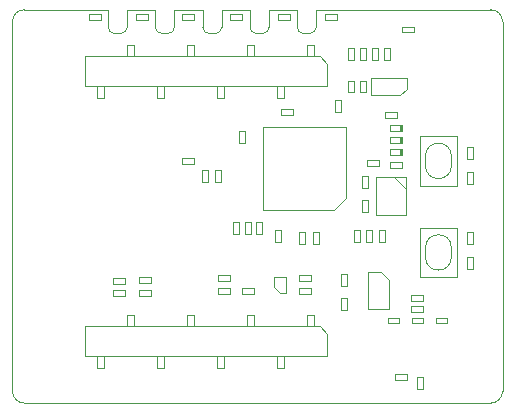
<source format=gbr>
G04 #@! TF.GenerationSoftware,KiCad,Pcbnew,(5.0.0)*
G04 #@! TF.CreationDate,2020-08-24T16:31:51+08:00*
G04 #@! TF.ProjectId,LeashPCB,4C656173685043422E6B696361645F70,B*
G04 #@! TF.SameCoordinates,Original*
G04 #@! TF.FileFunction,Other,Fab,Bot*
%FSLAX46Y46*%
G04 Gerber Fmt 4.6, Leading zero omitted, Abs format (unit mm)*
G04 Created by KiCad (PCBNEW (5.0.0)) date 08/24/20 16:31:51*
%MOMM*%
%LPD*%
G01*
G04 APERTURE LIST*
%ADD10C,0.025400*%
%ADD11C,0.100000*%
G04 APERTURE END LIST*
D10*
X41500007Y1000000D02*
X41500007Y32300000D01*
X24114006Y33300010D02*
X21714004Y33300010D01*
X12113998Y33300010D02*
X9714004Y33300010D01*
X16114006Y33300010D02*
X13714004Y33300010D01*
X20114006Y33300010D02*
X17714004Y33300010D01*
X0Y32300009D02*
G75*
G02X999999Y33300010I1000000J1D01*
G01*
X1000000Y0D02*
G75*
G02X0Y1000000I0J1000000D01*
G01*
X25714004Y31800010D02*
G75*
G02X25214004Y31300010I-500000J0D01*
G01*
X24614006Y31300010D02*
G75*
G02X24114006Y31800010I0J500000D01*
G01*
X21714004Y31800010D02*
G75*
G02X21214004Y31300010I-500000J0D01*
G01*
X20614006Y31300010D02*
G75*
G02X20114006Y31800010I0J500000D01*
G01*
X17714004Y31800010D02*
G75*
G02X17214004Y31300010I-500000J0D01*
G01*
X9714004Y31800010D02*
G75*
G02X9214004Y31300010I-500000J0D01*
G01*
X8614006Y31300010D02*
G75*
G02X8114006Y31800010I0J500000D01*
G01*
X41500007Y1000000D02*
G75*
G02X40500007Y0I-1000000J0D01*
G01*
X40500007Y33300010D02*
G75*
G02X41500007Y32300000I0J-1000000D01*
G01*
X12613998Y31300010D02*
G75*
G02X12113998Y31800010I0J500000D01*
G01*
X13714004Y31800010D02*
G75*
G02X13214004Y31300010I-500000J0D01*
G01*
X16614006Y31300010D02*
G75*
G02X16114006Y31800010I0J500000D01*
G01*
X25714004Y31800010D02*
X25714004Y33300010D01*
X24114006Y33300010D02*
X24114006Y31800010D01*
X21714004Y31800010D02*
X21714004Y33300010D01*
X20614006Y31300010D02*
X21214004Y31300010D01*
X20114006Y33300010D02*
X20114006Y31800010D01*
X17714004Y31800010D02*
X17714004Y33300010D01*
X16114006Y33300010D02*
X16114006Y31800010D01*
X40500007Y33300010D02*
X25714004Y33300010D01*
X8113998Y33300010D02*
X1000000Y33300010D01*
X24614006Y31300010D02*
X25214004Y31300010D01*
X8113998Y33300010D02*
X8113998Y31800010D01*
X8614006Y31300010D02*
X9214004Y31300010D01*
X9714004Y31800010D02*
X9714004Y33300010D01*
X16614006Y31300010D02*
X17214004Y31300010D01*
X13714004Y31800010D02*
X13714004Y33300010D01*
X12613998Y31300010D02*
X13214004Y31300010D01*
X1000000Y0D02*
X40500007Y0D01*
X0Y32300010D02*
X0Y1000000D01*
X12113998Y33300010D02*
X12113998Y31800010D01*
D11*
G04 #@! TO.C,C43*
X24240005Y9223605D02*
X25240005Y9223605D01*
X24240005Y9723605D02*
X24240005Y9223605D01*
X25240005Y9723605D02*
X24240005Y9723605D01*
X25240005Y9223605D02*
X25240005Y9723605D01*
G04 #@! TO.C,R14*
X28900000Y26300000D02*
X28900000Y27300000D01*
X28400000Y26300000D02*
X28900000Y26300000D01*
X28400000Y27300000D02*
X28400000Y26300000D01*
X28900000Y27300000D02*
X28400000Y27300000D01*
G04 #@! TO.C,R13*
X29425000Y27300000D02*
X29425000Y26300000D01*
X29925000Y27300000D02*
X29425000Y27300000D01*
X29925000Y26300000D02*
X29925000Y27300000D01*
X29425000Y26300000D02*
X29925000Y26300000D01*
G04 #@! TO.C,C44*
X30050000Y20100000D02*
X31050000Y20100000D01*
X30050000Y20600000D02*
X30050000Y20100000D01*
X31050000Y20600000D02*
X30050000Y20600000D01*
X31050000Y20100000D02*
X31050000Y20600000D01*
G04 #@! TO.C,C45*
X28400000Y29015000D02*
X28900000Y29015000D01*
X28900000Y29015000D02*
X28900000Y30015000D01*
X28900000Y30015000D02*
X28400000Y30015000D01*
X28400000Y30015000D02*
X28400000Y29015000D01*
G04 #@! TO.C,SW1*
X34968405Y20897205D02*
X34968405Y20097205D01*
X37168405Y20097205D02*
X37168405Y20897205D01*
X34468405Y18397205D02*
X34468405Y22597205D01*
X37668405Y18397205D02*
X34468405Y18397205D01*
X37668405Y22597205D02*
X37668405Y18397205D01*
X34468405Y22597205D02*
X37668405Y22597205D01*
X34968405Y20897205D02*
G75*
G02X37168405Y20897205I1100000J0D01*
G01*
X37168405Y20097205D02*
G75*
G02X34968405Y20097205I-1100000J0D01*
G01*
G04 #@! TO.C,D10*
X32987005Y21987105D02*
X32987005Y22487105D01*
X32987005Y22487105D02*
X31987005Y22487105D01*
X31987005Y22487105D02*
X31987005Y21987105D01*
X31987005Y21987105D02*
X32987005Y21987105D01*
X32887005Y21987105D02*
X32887005Y22487105D01*
X32787005Y21987105D02*
X32787005Y22487105D01*
G04 #@! TO.C,D8*
X32975000Y23025000D02*
X32975000Y23525000D01*
X32975000Y23525000D02*
X31975000Y23525000D01*
X31975000Y23525000D02*
X31975000Y23025000D01*
X31975000Y23025000D02*
X32975000Y23025000D01*
X32875000Y23025000D02*
X32875000Y23525000D01*
X32775000Y23025000D02*
X32775000Y23525000D01*
G04 #@! TO.C,D11*
X32987005Y20971105D02*
X32987005Y21471105D01*
X32987005Y21471105D02*
X31987005Y21471105D01*
X31987005Y21471105D02*
X31987005Y20971105D01*
X31987005Y20971105D02*
X32987005Y20971105D01*
X32887005Y20971105D02*
X32887005Y21471105D01*
X32787005Y20971105D02*
X32787005Y21471105D01*
G04 #@! TO.C,L1*
X25942505Y13482105D02*
X25942505Y14482105D01*
X25442505Y13482105D02*
X25942505Y13482105D01*
X25442505Y14482105D02*
X25442505Y13482105D01*
X25942505Y14482105D02*
X25442505Y14482105D01*
G04 #@! TO.C,L3*
X8555505Y10112605D02*
X9555505Y10112605D01*
X8555505Y10612605D02*
X8555505Y10112605D01*
X9555505Y10612605D02*
X8555505Y10612605D01*
X9555505Y10112605D02*
X9555505Y10612605D01*
G04 #@! TO.C,C2*
X29951005Y14609105D02*
X29951005Y13609105D01*
X30451005Y14609105D02*
X29951005Y14609105D01*
X30451005Y13609105D02*
X30451005Y14609105D01*
X29951005Y13609105D02*
X30451005Y13609105D01*
G04 #@! TO.C,Q1*
X30380000Y26075000D02*
X30380000Y27475000D01*
X33420000Y27475000D02*
X30380000Y27475000D01*
X32850000Y26075000D02*
X33420000Y26625000D01*
X33420000Y26625000D02*
X33420000Y27475000D01*
X32850000Y26075000D02*
X30400000Y26075000D01*
G04 #@! TO.C,R26*
X19664005Y15307605D02*
X19664005Y14307605D01*
X20164005Y15307605D02*
X19664005Y15307605D01*
X20164005Y14307605D02*
X20164005Y15307605D01*
X19664005Y14307605D02*
X20164005Y14307605D01*
G04 #@! TO.C,R32*
X33765005Y8652105D02*
X34765005Y8652105D01*
X33765005Y9152105D02*
X33765005Y8652105D01*
X34765005Y9152105D02*
X33765005Y9152105D01*
X34765005Y8652105D02*
X34765005Y9152105D01*
G04 #@! TO.C,R36*
X9555505Y9533105D02*
X8555505Y9533105D01*
X9555505Y9033105D02*
X9555505Y9533105D01*
X8555505Y9033105D02*
X9555505Y9033105D01*
X8555505Y9533105D02*
X8555505Y9033105D01*
G04 #@! TO.C,R7*
X34775000Y1200000D02*
X34775000Y2200000D01*
X34275000Y1200000D02*
X34775000Y1200000D01*
X34275000Y2200000D02*
X34275000Y1200000D01*
X34775000Y2200000D02*
X34275000Y2200000D01*
G04 #@! TO.C,R8*
X33400000Y2425000D02*
X32400000Y2425000D01*
X33400000Y1925000D02*
X33400000Y2425000D01*
X32400000Y1925000D02*
X33400000Y1925000D01*
X32400000Y2425000D02*
X32400000Y1925000D01*
G04 #@! TO.C,R11*
X31525000Y24150000D02*
X32525000Y24150000D01*
X31525000Y24650000D02*
X31525000Y24150000D01*
X32525000Y24650000D02*
X31525000Y24650000D01*
X32525000Y24150000D02*
X32525000Y24650000D01*
G04 #@! TO.C,R12*
X36822000Y7235000D02*
X35822000Y7235000D01*
X36822000Y6735000D02*
X36822000Y7235000D01*
X35822000Y6735000D02*
X36822000Y6735000D01*
X35822000Y7235000D02*
X35822000Y6735000D01*
G04 #@! TO.C,R15*
X31758000Y6735000D02*
X32758000Y6735000D01*
X31758000Y7235000D02*
X31758000Y6735000D01*
X32758000Y7235000D02*
X31758000Y7235000D01*
X32758000Y6735000D02*
X32758000Y7235000D01*
G04 #@! TO.C,R16*
X33790000Y6735000D02*
X34790000Y6735000D01*
X33790000Y7235000D02*
X33790000Y6735000D01*
X34790000Y7235000D02*
X33790000Y7235000D01*
X34790000Y6735000D02*
X34790000Y7235000D01*
G04 #@! TO.C,R17*
X29435005Y13609105D02*
X29435005Y14609105D01*
X28935005Y13609105D02*
X29435005Y13609105D01*
X28935005Y14609105D02*
X28935005Y13609105D01*
X29435005Y14609105D02*
X28935005Y14609105D01*
G04 #@! TO.C,R24*
X31030505Y14609105D02*
X31030505Y13609105D01*
X31530505Y14609105D02*
X31030505Y14609105D01*
X31530505Y13609105D02*
X31530505Y14609105D01*
X31030505Y13609105D02*
X31530505Y13609105D01*
G04 #@! TO.C,R27*
X18711505Y15307605D02*
X18711505Y14307605D01*
X19211505Y15307605D02*
X18711505Y15307605D01*
X19211505Y14307605D02*
X19211505Y15307605D01*
X18711505Y14307605D02*
X19211505Y14307605D01*
G04 #@! TO.C,R25*
X27784005Y24658105D02*
X27784005Y25658105D01*
X27284005Y24658105D02*
X27784005Y24658105D01*
X27284005Y25658105D02*
X27284005Y24658105D01*
X27784005Y25658105D02*
X27284005Y25658105D01*
G04 #@! TO.C,J5*
X7193000Y3949105D02*
X7193000Y2949105D01*
X7193000Y2949105D02*
X7793000Y2949105D01*
X15413000Y7489105D02*
X14813000Y7489105D01*
X6123000Y3949105D02*
X26643000Y3949105D01*
X25573000Y6489105D02*
X25573000Y7489105D01*
X24973000Y7489105D02*
X24973000Y6489105D01*
X17953000Y2949105D02*
X17953000Y3949105D01*
X23033000Y2949105D02*
X23033000Y3949105D01*
X14813000Y7489105D02*
X14813000Y6489105D01*
X12273000Y2949105D02*
X12873000Y2949105D01*
X17353000Y3949105D02*
X17353000Y2949105D01*
X10333000Y6489105D02*
X10333000Y7489105D01*
X26643000Y5854105D02*
X26008000Y6489105D01*
X22433000Y3949105D02*
X22433000Y2949105D01*
X12273000Y3949105D02*
X12273000Y2949105D01*
X20493000Y6489105D02*
X20493000Y7489105D01*
X19893000Y7489105D02*
X19893000Y6489105D01*
X9733000Y7489105D02*
X9733000Y6489105D01*
X17353000Y2949105D02*
X17953000Y2949105D01*
X6123000Y6489105D02*
X6123000Y3949105D01*
X10333000Y7489105D02*
X9733000Y7489105D01*
X12873000Y2949105D02*
X12873000Y3949105D01*
X15413000Y6489105D02*
X15413000Y7489105D01*
X26008000Y6489105D02*
X6123000Y6489105D01*
X22433000Y2949105D02*
X23033000Y2949105D01*
X7793000Y2949105D02*
X7793000Y3949105D01*
X26643000Y3949105D02*
X26643000Y5854105D01*
X25573000Y7489105D02*
X24973000Y7489105D01*
X20493000Y7489105D02*
X19893000Y7489105D01*
X26643000Y26809105D02*
X26643000Y28714105D01*
X26643000Y28714105D02*
X26008000Y29349105D01*
X26008000Y29349105D02*
X6123000Y29349105D01*
X6123000Y29349105D02*
X6123000Y26809105D01*
X6123000Y26809105D02*
X26643000Y26809105D01*
X25573000Y29349105D02*
X25573000Y30349105D01*
X25573000Y30349105D02*
X24973000Y30349105D01*
X24973000Y30349105D02*
X24973000Y29349105D01*
X23033000Y25809105D02*
X23033000Y26809105D01*
X22433000Y26809105D02*
X22433000Y25809105D01*
X22433000Y25809105D02*
X23033000Y25809105D01*
X20493000Y29349105D02*
X20493000Y30349105D01*
X20493000Y30349105D02*
X19893000Y30349105D01*
X19893000Y30349105D02*
X19893000Y29349105D01*
X17953000Y25809105D02*
X17953000Y26809105D01*
X17353000Y26809105D02*
X17353000Y25809105D01*
X17353000Y25809105D02*
X17953000Y25809105D01*
X15413000Y29349105D02*
X15413000Y30349105D01*
X15413000Y30349105D02*
X14813000Y30349105D01*
X14813000Y30349105D02*
X14813000Y29349105D01*
X12873000Y25809105D02*
X12873000Y26809105D01*
X12273000Y26809105D02*
X12273000Y25809105D01*
X12273000Y25809105D02*
X12873000Y25809105D01*
X10333000Y29349105D02*
X10333000Y30349105D01*
X10333000Y30349105D02*
X9733000Y30349105D01*
X9733000Y30349105D02*
X9733000Y29349105D01*
X7793000Y25809105D02*
X7793000Y26809105D01*
X7193000Y26809105D02*
X7193000Y25809105D01*
X7193000Y25809105D02*
X7793000Y25809105D01*
G04 #@! TO.C,R23*
X19719505Y21991105D02*
X19719505Y22991105D01*
X19219505Y21991105D02*
X19719505Y21991105D01*
X19219505Y22991105D02*
X19219505Y21991105D01*
X19719505Y22991105D02*
X19219505Y22991105D01*
G04 #@! TO.C,U2*
X30067949Y11087105D02*
X30067949Y7987105D01*
X30067949Y7987105D02*
X31867949Y7987105D01*
X31867949Y10437105D02*
X31867949Y7987105D01*
X30067949Y11087105D02*
X31217949Y11087105D01*
X31867949Y10437105D02*
X31217949Y11087105D01*
G04 #@! TO.C,R31*
X27796949Y8894105D02*
X27796949Y7894105D01*
X28296949Y8894105D02*
X27796949Y8894105D01*
X28296949Y7894105D02*
X28296949Y8894105D01*
X27796949Y7894105D02*
X28296949Y7894105D01*
G04 #@! TO.C,R6*
X27462505Y32901105D02*
X26462505Y32901105D01*
X27462505Y32401105D02*
X27462505Y32901105D01*
X26462505Y32401105D02*
X27462505Y32401105D01*
X26462505Y32901105D02*
X26462505Y32401105D01*
G04 #@! TO.C,C11*
X33765005Y7699605D02*
X34765005Y7699605D01*
X33765005Y8199605D02*
X33765005Y7699605D01*
X34765005Y8199605D02*
X33765005Y8199605D01*
X34765005Y7699605D02*
X34765005Y8199605D01*
G04 #@! TO.C,C10*
X27796949Y10926105D02*
X27796949Y9926105D01*
X28296949Y10926105D02*
X27796949Y10926105D01*
X28296949Y9926105D02*
X28296949Y10926105D01*
X27796949Y9926105D02*
X28296949Y9926105D01*
G04 #@! TO.C,R48*
X32964500Y31373000D02*
X33964500Y31373000D01*
X32964500Y31873000D02*
X32964500Y31373000D01*
X33964500Y31873000D02*
X32964500Y31873000D01*
X33964500Y31373000D02*
X33964500Y31873000D01*
G04 #@! TO.C,C4*
X30070005Y18244605D02*
X30070005Y19244605D01*
X29570005Y18244605D02*
X30070005Y18244605D01*
X29570005Y19244605D02*
X29570005Y18244605D01*
X30070005Y19244605D02*
X29570005Y19244605D01*
G04 #@! TO.C,C3*
X29570005Y17212605D02*
X29570005Y16212605D01*
X30070005Y17212605D02*
X29570005Y17212605D01*
X30070005Y16212605D02*
X30070005Y17212605D01*
X29570005Y16212605D02*
X30070005Y16212605D01*
G04 #@! TO.C,U10*
X23144505Y9281605D02*
X23144505Y10681605D01*
X23144505Y10681605D02*
X22144505Y10681605D01*
X22144505Y10681605D02*
X22144505Y9781605D01*
X22644505Y9281605D02*
X23144505Y9281605D01*
X22644505Y9281605D02*
X22144505Y9781605D01*
G04 #@! TO.C,R55*
X24240005Y10303105D02*
X25240005Y10303105D01*
X24240005Y10803105D02*
X24240005Y10303105D01*
X25240005Y10803105D02*
X24240005Y10803105D01*
X25240005Y10303105D02*
X25240005Y10803105D01*
G04 #@! TO.C,Y1*
X32292505Y19138105D02*
X33292505Y18138105D01*
X30792505Y15938105D02*
X30792505Y19138105D01*
X33292505Y15938105D02*
X30792505Y15938105D01*
X33292505Y19138105D02*
X33292505Y15938105D01*
X30792505Y19138105D02*
X33292505Y19138105D01*
G04 #@! TO.C,C9*
X20616505Y15307605D02*
X20616505Y14307605D01*
X21116505Y15307605D02*
X20616505Y15307605D01*
X21116505Y14307605D02*
X21116505Y15307605D01*
X20616505Y14307605D02*
X21116505Y14307605D01*
G04 #@! TO.C,C8*
X31975000Y19900000D02*
X32975000Y19900000D01*
X31975000Y20400000D02*
X31975000Y19900000D01*
X32975000Y20400000D02*
X31975000Y20400000D01*
X32975000Y19900000D02*
X32975000Y20400000D01*
G04 #@! TO.C,C7*
X22267505Y14672605D02*
X22267505Y13672605D01*
X22767505Y14672605D02*
X22267505Y14672605D01*
X22767505Y13672605D02*
X22767505Y14672605D01*
X22267505Y13672605D02*
X22767505Y13672605D01*
G04 #@! TO.C,C6*
X23716005Y24900105D02*
X22716005Y24900105D01*
X23716005Y24400105D02*
X23716005Y24900105D01*
X22716005Y24400105D02*
X23716005Y24400105D01*
X22716005Y24900105D02*
X22716005Y24400105D01*
G04 #@! TO.C,C5*
X24236005Y14482105D02*
X24236005Y13482105D01*
X24736005Y14482105D02*
X24236005Y14482105D01*
X24736005Y13482105D02*
X24736005Y14482105D01*
X24236005Y13482105D02*
X24736005Y13482105D01*
G04 #@! TO.C,R47*
X38960005Y13482105D02*
X38960005Y14482105D01*
X38460005Y13482105D02*
X38960005Y13482105D01*
X38460005Y14482105D02*
X38460005Y13482105D01*
X38960005Y14482105D02*
X38460005Y14482105D01*
G04 #@! TO.C,R46*
X38960005Y20698105D02*
X38960005Y21698105D01*
X38460005Y20698105D02*
X38960005Y20698105D01*
X38460005Y21698105D02*
X38460005Y20698105D01*
X38960005Y21698105D02*
X38460005Y21698105D01*
G04 #@! TO.C,C39*
X38460005Y12323105D02*
X38460005Y11323105D01*
X38960005Y12323105D02*
X38460005Y12323105D01*
X38960005Y11323105D02*
X38960005Y12323105D01*
X38460005Y11323105D02*
X38960005Y11323105D01*
G04 #@! TO.C,C38*
X38460005Y19562105D02*
X38460005Y18562105D01*
X38960005Y19562105D02*
X38460005Y19562105D01*
X38960005Y18562105D02*
X38960005Y19562105D01*
X38460005Y18562105D02*
X38960005Y18562105D01*
G04 #@! TO.C,SW2*
X37168405Y12349105D02*
X37168405Y13149105D01*
X34968405Y13149105D02*
X34968405Y12349105D01*
X37668405Y14849105D02*
X37668405Y10649105D01*
X34468405Y14849105D02*
X37668405Y14849105D01*
X34468405Y10649105D02*
X34468405Y14849105D01*
X37668405Y10649105D02*
X34468405Y10649105D01*
X37168405Y12349105D02*
G75*
G02X34968405Y12349105I-1100000J0D01*
G01*
X34968405Y13149105D02*
G75*
G02X37168405Y13149105I1100000J0D01*
G01*
G04 #@! TO.C,U1*
X27204005Y16351105D02*
X28204005Y17351105D01*
X21204005Y16351105D02*
X27204005Y16351105D01*
X21204005Y23351105D02*
X21204005Y16351105D01*
X28204005Y23351105D02*
X21204005Y23351105D01*
X28204005Y17351105D02*
X28204005Y23351105D01*
G04 #@! TO.C,C13*
X30475000Y30032700D02*
X30475000Y29032700D01*
X30975000Y30032700D02*
X30475000Y30032700D01*
X30975000Y29032700D02*
X30975000Y30032700D01*
X30475000Y29032700D02*
X30975000Y29032700D01*
G04 #@! TO.C,R2*
X23462005Y32901105D02*
X22462005Y32901105D01*
X23462005Y32401105D02*
X23462005Y32901105D01*
X22462005Y32401105D02*
X23462005Y32401105D01*
X22462005Y32901105D02*
X22462005Y32401105D01*
G04 #@! TO.C,R1*
X19398005Y32901105D02*
X18398005Y32901105D01*
X19398005Y32401105D02*
X19398005Y32901105D01*
X18398005Y32401105D02*
X19398005Y32401105D01*
X18398005Y32901105D02*
X18398005Y32401105D01*
G04 #@! TO.C,R3*
X15334005Y32901105D02*
X14334005Y32901105D01*
X15334005Y32401105D02*
X15334005Y32901105D01*
X14334005Y32401105D02*
X15334005Y32401105D01*
X14334005Y32901105D02*
X14334005Y32401105D01*
G04 #@! TO.C,R4*
X11460505Y32901105D02*
X10460505Y32901105D01*
X11460505Y32401105D02*
X11460505Y32901105D01*
X10460505Y32401105D02*
X11460505Y32401105D01*
X10460505Y32901105D02*
X10460505Y32401105D01*
G04 #@! TO.C,R5*
X7460005Y32901105D02*
X6460005Y32901105D01*
X7460005Y32401105D02*
X7460005Y32901105D01*
X6460005Y32401105D02*
X7460005Y32401105D01*
X6460005Y32901105D02*
X6460005Y32401105D01*
G04 #@! TO.C,R34*
X29950000Y29032700D02*
X29950000Y30032700D01*
X29450000Y29032700D02*
X29950000Y29032700D01*
X29450000Y30032700D02*
X29450000Y29032700D01*
X29950000Y30032700D02*
X29450000Y30032700D01*
G04 #@! TO.C,R35*
X31500000Y30025000D02*
X31500000Y29025000D01*
X32000000Y30025000D02*
X31500000Y30025000D01*
X32000000Y29025000D02*
X32000000Y30025000D01*
X31500000Y29025000D02*
X32000000Y29025000D01*
G04 #@! TO.C,C21*
X17124005Y19689105D02*
X17124005Y18689105D01*
X17624005Y19689105D02*
X17124005Y19689105D01*
X17624005Y18689105D02*
X17624005Y19689105D01*
X17124005Y18689105D02*
X17624005Y18689105D01*
G04 #@! TO.C,C22*
X15397505Y20709105D02*
X14397505Y20709105D01*
X15397505Y20209105D02*
X15397505Y20709105D01*
X14397505Y20209105D02*
X15397505Y20209105D01*
X14397505Y20709105D02*
X14397505Y20209105D01*
G04 #@! TO.C,C23*
X16044505Y19689105D02*
X16044505Y18689105D01*
X16544505Y19689105D02*
X16044505Y19689105D01*
X16544505Y18689105D02*
X16544505Y19689105D01*
X16044505Y18689105D02*
X16544505Y18689105D01*
G04 #@! TO.C,C26*
X19477505Y9223605D02*
X20477505Y9223605D01*
X19477505Y9723605D02*
X19477505Y9223605D01*
X20477505Y9723605D02*
X19477505Y9723605D01*
X20477505Y9223605D02*
X20477505Y9723605D01*
G04 #@! TO.C,R41*
X17382005Y10366605D02*
X18382005Y10366605D01*
X17382005Y10866605D02*
X17382005Y10366605D01*
X18382005Y10866605D02*
X17382005Y10866605D01*
X18382005Y10366605D02*
X18382005Y10866605D01*
G04 #@! TO.C,R43*
X11714505Y10676105D02*
X10714505Y10676105D01*
X11714505Y10176105D02*
X11714505Y10676105D01*
X10714505Y10176105D02*
X11714505Y10176105D01*
X10714505Y10676105D02*
X10714505Y10176105D01*
G04 #@! TO.C,R44*
X11714505Y9533105D02*
X10714505Y9533105D01*
X11714505Y9033105D02*
X11714505Y9533105D01*
X10714505Y9033105D02*
X11714505Y9033105D01*
X10714505Y9533105D02*
X10714505Y9033105D01*
G04 #@! TO.C,R45*
X17382005Y9223605D02*
X18382005Y9223605D01*
X17382005Y9723605D02*
X17382005Y9223605D01*
X18382005Y9723605D02*
X17382005Y9723605D01*
X18382005Y9223605D02*
X18382005Y9723605D01*
G04 #@! TD*
M02*

</source>
